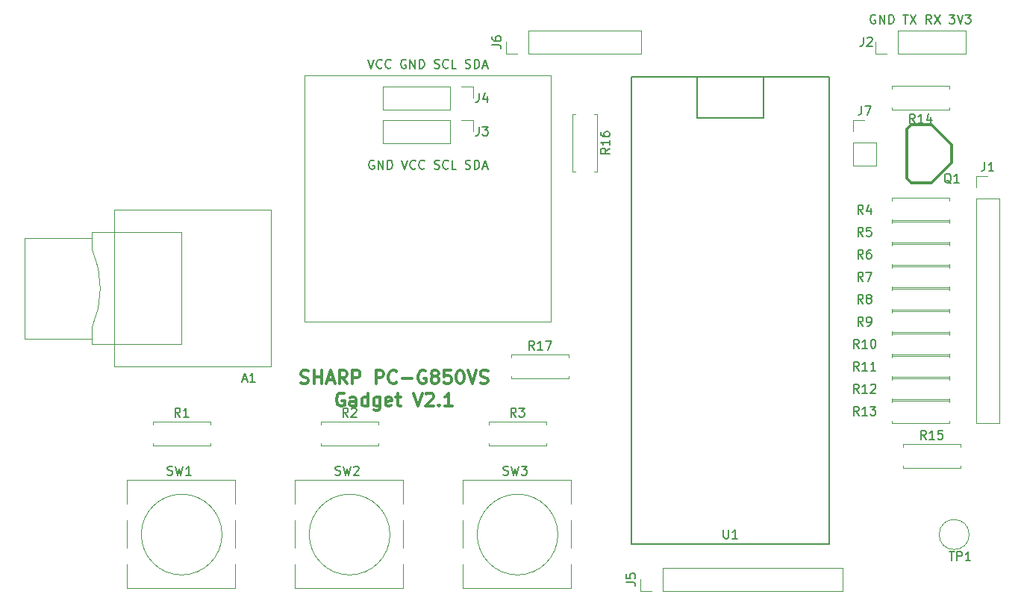
<source format=gbr>
%TF.GenerationSoftware,KiCad,Pcbnew,5.1.6-c6e7f7d~86~ubuntu16.04.1*%
%TF.CreationDate,2020-10-09T19:27:57+01:00*%
%TF.ProjectId,bluepill-pb1,626c7565-7069-46c6-9c2d-7062312e6b69,rev?*%
%TF.SameCoordinates,Original*%
%TF.FileFunction,Legend,Top*%
%TF.FilePolarity,Positive*%
%FSLAX46Y46*%
G04 Gerber Fmt 4.6, Leading zero omitted, Abs format (unit mm)*
G04 Created by KiCad (PCBNEW 5.1.6-c6e7f7d~86~ubuntu16.04.1) date 2020-10-09 19:27:57*
%MOMM*%
%LPD*%
G01*
G04 APERTURE LIST*
%ADD10C,0.300000*%
%ADD11C,0.120000*%
%ADD12C,0.150000*%
%ADD13C,0.304800*%
%ADD14C,0.203200*%
G04 APERTURE END LIST*
D10*
X99882857Y-98392142D02*
X100097142Y-98463571D01*
X100454285Y-98463571D01*
X100597142Y-98392142D01*
X100668571Y-98320714D01*
X100740000Y-98177857D01*
X100740000Y-98035000D01*
X100668571Y-97892142D01*
X100597142Y-97820714D01*
X100454285Y-97749285D01*
X100168571Y-97677857D01*
X100025714Y-97606428D01*
X99954285Y-97535000D01*
X99882857Y-97392142D01*
X99882857Y-97249285D01*
X99954285Y-97106428D01*
X100025714Y-97035000D01*
X100168571Y-96963571D01*
X100525714Y-96963571D01*
X100740000Y-97035000D01*
X101382857Y-98463571D02*
X101382857Y-96963571D01*
X101382857Y-97677857D02*
X102240000Y-97677857D01*
X102240000Y-98463571D02*
X102240000Y-96963571D01*
X102882857Y-98035000D02*
X103597142Y-98035000D01*
X102740000Y-98463571D02*
X103240000Y-96963571D01*
X103740000Y-98463571D01*
X105097142Y-98463571D02*
X104597142Y-97749285D01*
X104240000Y-98463571D02*
X104240000Y-96963571D01*
X104811428Y-96963571D01*
X104954285Y-97035000D01*
X105025714Y-97106428D01*
X105097142Y-97249285D01*
X105097142Y-97463571D01*
X105025714Y-97606428D01*
X104954285Y-97677857D01*
X104811428Y-97749285D01*
X104240000Y-97749285D01*
X105740000Y-98463571D02*
X105740000Y-96963571D01*
X106311428Y-96963571D01*
X106454285Y-97035000D01*
X106525714Y-97106428D01*
X106597142Y-97249285D01*
X106597142Y-97463571D01*
X106525714Y-97606428D01*
X106454285Y-97677857D01*
X106311428Y-97749285D01*
X105740000Y-97749285D01*
X108382857Y-98463571D02*
X108382857Y-96963571D01*
X108954285Y-96963571D01*
X109097142Y-97035000D01*
X109168571Y-97106428D01*
X109240000Y-97249285D01*
X109240000Y-97463571D01*
X109168571Y-97606428D01*
X109097142Y-97677857D01*
X108954285Y-97749285D01*
X108382857Y-97749285D01*
X110740000Y-98320714D02*
X110668571Y-98392142D01*
X110454285Y-98463571D01*
X110311428Y-98463571D01*
X110097142Y-98392142D01*
X109954285Y-98249285D01*
X109882857Y-98106428D01*
X109811428Y-97820714D01*
X109811428Y-97606428D01*
X109882857Y-97320714D01*
X109954285Y-97177857D01*
X110097142Y-97035000D01*
X110311428Y-96963571D01*
X110454285Y-96963571D01*
X110668571Y-97035000D01*
X110740000Y-97106428D01*
X111382857Y-97892142D02*
X112525714Y-97892142D01*
X114025714Y-97035000D02*
X113882857Y-96963571D01*
X113668571Y-96963571D01*
X113454285Y-97035000D01*
X113311428Y-97177857D01*
X113240000Y-97320714D01*
X113168571Y-97606428D01*
X113168571Y-97820714D01*
X113240000Y-98106428D01*
X113311428Y-98249285D01*
X113454285Y-98392142D01*
X113668571Y-98463571D01*
X113811428Y-98463571D01*
X114025714Y-98392142D01*
X114097142Y-98320714D01*
X114097142Y-97820714D01*
X113811428Y-97820714D01*
X114954285Y-97606428D02*
X114811428Y-97535000D01*
X114740000Y-97463571D01*
X114668571Y-97320714D01*
X114668571Y-97249285D01*
X114740000Y-97106428D01*
X114811428Y-97035000D01*
X114954285Y-96963571D01*
X115240000Y-96963571D01*
X115382857Y-97035000D01*
X115454285Y-97106428D01*
X115525714Y-97249285D01*
X115525714Y-97320714D01*
X115454285Y-97463571D01*
X115382857Y-97535000D01*
X115240000Y-97606428D01*
X114954285Y-97606428D01*
X114811428Y-97677857D01*
X114740000Y-97749285D01*
X114668571Y-97892142D01*
X114668571Y-98177857D01*
X114740000Y-98320714D01*
X114811428Y-98392142D01*
X114954285Y-98463571D01*
X115240000Y-98463571D01*
X115382857Y-98392142D01*
X115454285Y-98320714D01*
X115525714Y-98177857D01*
X115525714Y-97892142D01*
X115454285Y-97749285D01*
X115382857Y-97677857D01*
X115240000Y-97606428D01*
X116882857Y-96963571D02*
X116168571Y-96963571D01*
X116097142Y-97677857D01*
X116168571Y-97606428D01*
X116311428Y-97535000D01*
X116668571Y-97535000D01*
X116811428Y-97606428D01*
X116882857Y-97677857D01*
X116954285Y-97820714D01*
X116954285Y-98177857D01*
X116882857Y-98320714D01*
X116811428Y-98392142D01*
X116668571Y-98463571D01*
X116311428Y-98463571D01*
X116168571Y-98392142D01*
X116097142Y-98320714D01*
X117882857Y-96963571D02*
X118025714Y-96963571D01*
X118168571Y-97035000D01*
X118240000Y-97106428D01*
X118311428Y-97249285D01*
X118382857Y-97535000D01*
X118382857Y-97892142D01*
X118311428Y-98177857D01*
X118240000Y-98320714D01*
X118168571Y-98392142D01*
X118025714Y-98463571D01*
X117882857Y-98463571D01*
X117740000Y-98392142D01*
X117668571Y-98320714D01*
X117597142Y-98177857D01*
X117525714Y-97892142D01*
X117525714Y-97535000D01*
X117597142Y-97249285D01*
X117668571Y-97106428D01*
X117740000Y-97035000D01*
X117882857Y-96963571D01*
X118811428Y-96963571D02*
X119311428Y-98463571D01*
X119811428Y-96963571D01*
X120240000Y-98392142D02*
X120454285Y-98463571D01*
X120811428Y-98463571D01*
X120954285Y-98392142D01*
X121025714Y-98320714D01*
X121097142Y-98177857D01*
X121097142Y-98035000D01*
X121025714Y-97892142D01*
X120954285Y-97820714D01*
X120811428Y-97749285D01*
X120525714Y-97677857D01*
X120382857Y-97606428D01*
X120311428Y-97535000D01*
X120240000Y-97392142D01*
X120240000Y-97249285D01*
X120311428Y-97106428D01*
X120382857Y-97035000D01*
X120525714Y-96963571D01*
X120882857Y-96963571D01*
X121097142Y-97035000D01*
X104775714Y-99585000D02*
X104632857Y-99513571D01*
X104418571Y-99513571D01*
X104204285Y-99585000D01*
X104061428Y-99727857D01*
X103990000Y-99870714D01*
X103918571Y-100156428D01*
X103918571Y-100370714D01*
X103990000Y-100656428D01*
X104061428Y-100799285D01*
X104204285Y-100942142D01*
X104418571Y-101013571D01*
X104561428Y-101013571D01*
X104775714Y-100942142D01*
X104847142Y-100870714D01*
X104847142Y-100370714D01*
X104561428Y-100370714D01*
X106132857Y-101013571D02*
X106132857Y-100227857D01*
X106061428Y-100085000D01*
X105918571Y-100013571D01*
X105632857Y-100013571D01*
X105490000Y-100085000D01*
X106132857Y-100942142D02*
X105990000Y-101013571D01*
X105632857Y-101013571D01*
X105490000Y-100942142D01*
X105418571Y-100799285D01*
X105418571Y-100656428D01*
X105490000Y-100513571D01*
X105632857Y-100442142D01*
X105990000Y-100442142D01*
X106132857Y-100370714D01*
X107490000Y-101013571D02*
X107490000Y-99513571D01*
X107490000Y-100942142D02*
X107347142Y-101013571D01*
X107061428Y-101013571D01*
X106918571Y-100942142D01*
X106847142Y-100870714D01*
X106775714Y-100727857D01*
X106775714Y-100299285D01*
X106847142Y-100156428D01*
X106918571Y-100085000D01*
X107061428Y-100013571D01*
X107347142Y-100013571D01*
X107490000Y-100085000D01*
X108847142Y-100013571D02*
X108847142Y-101227857D01*
X108775714Y-101370714D01*
X108704285Y-101442142D01*
X108561428Y-101513571D01*
X108347142Y-101513571D01*
X108204285Y-101442142D01*
X108847142Y-100942142D02*
X108704285Y-101013571D01*
X108418571Y-101013571D01*
X108275714Y-100942142D01*
X108204285Y-100870714D01*
X108132857Y-100727857D01*
X108132857Y-100299285D01*
X108204285Y-100156428D01*
X108275714Y-100085000D01*
X108418571Y-100013571D01*
X108704285Y-100013571D01*
X108847142Y-100085000D01*
X110132857Y-100942142D02*
X109990000Y-101013571D01*
X109704285Y-101013571D01*
X109561428Y-100942142D01*
X109490000Y-100799285D01*
X109490000Y-100227857D01*
X109561428Y-100085000D01*
X109704285Y-100013571D01*
X109990000Y-100013571D01*
X110132857Y-100085000D01*
X110204285Y-100227857D01*
X110204285Y-100370714D01*
X109490000Y-100513571D01*
X110632857Y-100013571D02*
X111204285Y-100013571D01*
X110847142Y-99513571D02*
X110847142Y-100799285D01*
X110918571Y-100942142D01*
X111061428Y-101013571D01*
X111204285Y-101013571D01*
X112632857Y-99513571D02*
X113132857Y-101013571D01*
X113632857Y-99513571D01*
X114061428Y-99656428D02*
X114132857Y-99585000D01*
X114275714Y-99513571D01*
X114632857Y-99513571D01*
X114775714Y-99585000D01*
X114847142Y-99656428D01*
X114918571Y-99799285D01*
X114918571Y-99942142D01*
X114847142Y-100156428D01*
X113990000Y-101013571D01*
X114918571Y-101013571D01*
X115561428Y-100870714D02*
X115632857Y-100942142D01*
X115561428Y-101013571D01*
X115490000Y-100942142D01*
X115561428Y-100870714D01*
X115561428Y-101013571D01*
X117061428Y-101013571D02*
X116204285Y-101013571D01*
X116632857Y-101013571D02*
X116632857Y-99513571D01*
X116490000Y-99727857D01*
X116347142Y-99870714D01*
X116204285Y-99942142D01*
D11*
X100330000Y-91440000D02*
X100330000Y-63500000D01*
X128270000Y-91440000D02*
X100330000Y-91440000D01*
X128270000Y-63500000D02*
X128270000Y-91440000D01*
X100330000Y-63500000D02*
X128270000Y-63500000D01*
D12*
X165060952Y-56650000D02*
X164965714Y-56602380D01*
X164822857Y-56602380D01*
X164680000Y-56650000D01*
X164584761Y-56745238D01*
X164537142Y-56840476D01*
X164489523Y-57030952D01*
X164489523Y-57173809D01*
X164537142Y-57364285D01*
X164584761Y-57459523D01*
X164680000Y-57554761D01*
X164822857Y-57602380D01*
X164918095Y-57602380D01*
X165060952Y-57554761D01*
X165108571Y-57507142D01*
X165108571Y-57173809D01*
X164918095Y-57173809D01*
X165537142Y-57602380D02*
X165537142Y-56602380D01*
X166108571Y-57602380D01*
X166108571Y-56602380D01*
X166584761Y-57602380D02*
X166584761Y-56602380D01*
X166822857Y-56602380D01*
X166965714Y-56650000D01*
X167060952Y-56745238D01*
X167108571Y-56840476D01*
X167156190Y-57030952D01*
X167156190Y-57173809D01*
X167108571Y-57364285D01*
X167060952Y-57459523D01*
X166965714Y-57554761D01*
X166822857Y-57602380D01*
X166584761Y-57602380D01*
X168203809Y-56602380D02*
X168775238Y-56602380D01*
X168489523Y-57602380D02*
X168489523Y-56602380D01*
X169013333Y-56602380D02*
X169680000Y-57602380D01*
X169680000Y-56602380D02*
X169013333Y-57602380D01*
X171394285Y-57602380D02*
X171060952Y-57126190D01*
X170822857Y-57602380D02*
X170822857Y-56602380D01*
X171203809Y-56602380D01*
X171299047Y-56650000D01*
X171346666Y-56697619D01*
X171394285Y-56792857D01*
X171394285Y-56935714D01*
X171346666Y-57030952D01*
X171299047Y-57078571D01*
X171203809Y-57126190D01*
X170822857Y-57126190D01*
X171727619Y-56602380D02*
X172394285Y-57602380D01*
X172394285Y-56602380D02*
X171727619Y-57602380D01*
X173441904Y-56602380D02*
X174060952Y-56602380D01*
X173727619Y-56983333D01*
X173870476Y-56983333D01*
X173965714Y-57030952D01*
X174013333Y-57078571D01*
X174060952Y-57173809D01*
X174060952Y-57411904D01*
X174013333Y-57507142D01*
X173965714Y-57554761D01*
X173870476Y-57602380D01*
X173584761Y-57602380D01*
X173489523Y-57554761D01*
X173441904Y-57507142D01*
X174346666Y-56602380D02*
X174680000Y-57602380D01*
X175013333Y-56602380D01*
X175251428Y-56602380D02*
X175870476Y-56602380D01*
X175537142Y-56983333D01*
X175680000Y-56983333D01*
X175775238Y-57030952D01*
X175822857Y-57078571D01*
X175870476Y-57173809D01*
X175870476Y-57411904D01*
X175822857Y-57507142D01*
X175775238Y-57554761D01*
X175680000Y-57602380D01*
X175394285Y-57602380D01*
X175299047Y-57554761D01*
X175251428Y-57507142D01*
X108180952Y-73160000D02*
X108085714Y-73112380D01*
X107942857Y-73112380D01*
X107800000Y-73160000D01*
X107704761Y-73255238D01*
X107657142Y-73350476D01*
X107609523Y-73540952D01*
X107609523Y-73683809D01*
X107657142Y-73874285D01*
X107704761Y-73969523D01*
X107800000Y-74064761D01*
X107942857Y-74112380D01*
X108038095Y-74112380D01*
X108180952Y-74064761D01*
X108228571Y-74017142D01*
X108228571Y-73683809D01*
X108038095Y-73683809D01*
X108657142Y-74112380D02*
X108657142Y-73112380D01*
X109228571Y-74112380D01*
X109228571Y-73112380D01*
X109704761Y-74112380D02*
X109704761Y-73112380D01*
X109942857Y-73112380D01*
X110085714Y-73160000D01*
X110180952Y-73255238D01*
X110228571Y-73350476D01*
X110276190Y-73540952D01*
X110276190Y-73683809D01*
X110228571Y-73874285D01*
X110180952Y-73969523D01*
X110085714Y-74064761D01*
X109942857Y-74112380D01*
X109704761Y-74112380D01*
X111323809Y-73112380D02*
X111657142Y-74112380D01*
X111990476Y-73112380D01*
X112895238Y-74017142D02*
X112847619Y-74064761D01*
X112704761Y-74112380D01*
X112609523Y-74112380D01*
X112466666Y-74064761D01*
X112371428Y-73969523D01*
X112323809Y-73874285D01*
X112276190Y-73683809D01*
X112276190Y-73540952D01*
X112323809Y-73350476D01*
X112371428Y-73255238D01*
X112466666Y-73160000D01*
X112609523Y-73112380D01*
X112704761Y-73112380D01*
X112847619Y-73160000D01*
X112895238Y-73207619D01*
X113895238Y-74017142D02*
X113847619Y-74064761D01*
X113704761Y-74112380D01*
X113609523Y-74112380D01*
X113466666Y-74064761D01*
X113371428Y-73969523D01*
X113323809Y-73874285D01*
X113276190Y-73683809D01*
X113276190Y-73540952D01*
X113323809Y-73350476D01*
X113371428Y-73255238D01*
X113466666Y-73160000D01*
X113609523Y-73112380D01*
X113704761Y-73112380D01*
X113847619Y-73160000D01*
X113895238Y-73207619D01*
X115038095Y-74064761D02*
X115180952Y-74112380D01*
X115419047Y-74112380D01*
X115514285Y-74064761D01*
X115561904Y-74017142D01*
X115609523Y-73921904D01*
X115609523Y-73826666D01*
X115561904Y-73731428D01*
X115514285Y-73683809D01*
X115419047Y-73636190D01*
X115228571Y-73588571D01*
X115133333Y-73540952D01*
X115085714Y-73493333D01*
X115038095Y-73398095D01*
X115038095Y-73302857D01*
X115085714Y-73207619D01*
X115133333Y-73160000D01*
X115228571Y-73112380D01*
X115466666Y-73112380D01*
X115609523Y-73160000D01*
X116609523Y-74017142D02*
X116561904Y-74064761D01*
X116419047Y-74112380D01*
X116323809Y-74112380D01*
X116180952Y-74064761D01*
X116085714Y-73969523D01*
X116038095Y-73874285D01*
X115990476Y-73683809D01*
X115990476Y-73540952D01*
X116038095Y-73350476D01*
X116085714Y-73255238D01*
X116180952Y-73160000D01*
X116323809Y-73112380D01*
X116419047Y-73112380D01*
X116561904Y-73160000D01*
X116609523Y-73207619D01*
X117514285Y-74112380D02*
X117038095Y-74112380D01*
X117038095Y-73112380D01*
X118561904Y-74064761D02*
X118704761Y-74112380D01*
X118942857Y-74112380D01*
X119038095Y-74064761D01*
X119085714Y-74017142D01*
X119133333Y-73921904D01*
X119133333Y-73826666D01*
X119085714Y-73731428D01*
X119038095Y-73683809D01*
X118942857Y-73636190D01*
X118752380Y-73588571D01*
X118657142Y-73540952D01*
X118609523Y-73493333D01*
X118561904Y-73398095D01*
X118561904Y-73302857D01*
X118609523Y-73207619D01*
X118657142Y-73160000D01*
X118752380Y-73112380D01*
X118990476Y-73112380D01*
X119133333Y-73160000D01*
X119561904Y-74112380D02*
X119561904Y-73112380D01*
X119799999Y-73112380D01*
X119942857Y-73160000D01*
X120038095Y-73255238D01*
X120085714Y-73350476D01*
X120133333Y-73540952D01*
X120133333Y-73683809D01*
X120085714Y-73874285D01*
X120038095Y-73969523D01*
X119942857Y-74064761D01*
X119799999Y-74112380D01*
X119561904Y-74112380D01*
X120514285Y-73826666D02*
X120990476Y-73826666D01*
X120419047Y-74112380D02*
X120752380Y-73112380D01*
X121085714Y-74112380D01*
X107514285Y-61682380D02*
X107847619Y-62682380D01*
X108180952Y-61682380D01*
X109085714Y-62587142D02*
X109038095Y-62634761D01*
X108895238Y-62682380D01*
X108800000Y-62682380D01*
X108657142Y-62634761D01*
X108561904Y-62539523D01*
X108514285Y-62444285D01*
X108466666Y-62253809D01*
X108466666Y-62110952D01*
X108514285Y-61920476D01*
X108561904Y-61825238D01*
X108657142Y-61730000D01*
X108800000Y-61682380D01*
X108895238Y-61682380D01*
X109038095Y-61730000D01*
X109085714Y-61777619D01*
X110085714Y-62587142D02*
X110038095Y-62634761D01*
X109895238Y-62682380D01*
X109800000Y-62682380D01*
X109657142Y-62634761D01*
X109561904Y-62539523D01*
X109514285Y-62444285D01*
X109466666Y-62253809D01*
X109466666Y-62110952D01*
X109514285Y-61920476D01*
X109561904Y-61825238D01*
X109657142Y-61730000D01*
X109800000Y-61682380D01*
X109895238Y-61682380D01*
X110038095Y-61730000D01*
X110085714Y-61777619D01*
X111800000Y-61730000D02*
X111704761Y-61682380D01*
X111561904Y-61682380D01*
X111419047Y-61730000D01*
X111323809Y-61825238D01*
X111276190Y-61920476D01*
X111228571Y-62110952D01*
X111228571Y-62253809D01*
X111276190Y-62444285D01*
X111323809Y-62539523D01*
X111419047Y-62634761D01*
X111561904Y-62682380D01*
X111657142Y-62682380D01*
X111800000Y-62634761D01*
X111847619Y-62587142D01*
X111847619Y-62253809D01*
X111657142Y-62253809D01*
X112276190Y-62682380D02*
X112276190Y-61682380D01*
X112847619Y-62682380D01*
X112847619Y-61682380D01*
X113323809Y-62682380D02*
X113323809Y-61682380D01*
X113561904Y-61682380D01*
X113704761Y-61730000D01*
X113800000Y-61825238D01*
X113847619Y-61920476D01*
X113895238Y-62110952D01*
X113895238Y-62253809D01*
X113847619Y-62444285D01*
X113800000Y-62539523D01*
X113704761Y-62634761D01*
X113561904Y-62682380D01*
X113323809Y-62682380D01*
X115038095Y-62634761D02*
X115180952Y-62682380D01*
X115419047Y-62682380D01*
X115514285Y-62634761D01*
X115561904Y-62587142D01*
X115609523Y-62491904D01*
X115609523Y-62396666D01*
X115561904Y-62301428D01*
X115514285Y-62253809D01*
X115419047Y-62206190D01*
X115228571Y-62158571D01*
X115133333Y-62110952D01*
X115085714Y-62063333D01*
X115038095Y-61968095D01*
X115038095Y-61872857D01*
X115085714Y-61777619D01*
X115133333Y-61730000D01*
X115228571Y-61682380D01*
X115466666Y-61682380D01*
X115609523Y-61730000D01*
X116609523Y-62587142D02*
X116561904Y-62634761D01*
X116419047Y-62682380D01*
X116323809Y-62682380D01*
X116180952Y-62634761D01*
X116085714Y-62539523D01*
X116038095Y-62444285D01*
X115990476Y-62253809D01*
X115990476Y-62110952D01*
X116038095Y-61920476D01*
X116085714Y-61825238D01*
X116180952Y-61730000D01*
X116323809Y-61682380D01*
X116419047Y-61682380D01*
X116561904Y-61730000D01*
X116609523Y-61777619D01*
X117514285Y-62682380D02*
X117038095Y-62682380D01*
X117038095Y-61682380D01*
X118561904Y-62634761D02*
X118704761Y-62682380D01*
X118942857Y-62682380D01*
X119038095Y-62634761D01*
X119085714Y-62587142D01*
X119133333Y-62491904D01*
X119133333Y-62396666D01*
X119085714Y-62301428D01*
X119038095Y-62253809D01*
X118942857Y-62206190D01*
X118752380Y-62158571D01*
X118657142Y-62110952D01*
X118609523Y-62063333D01*
X118561904Y-61968095D01*
X118561904Y-61872857D01*
X118609523Y-61777619D01*
X118657142Y-61730000D01*
X118752380Y-61682380D01*
X118990476Y-61682380D01*
X119133333Y-61730000D01*
X119561904Y-62682380D02*
X119561904Y-61682380D01*
X119799999Y-61682380D01*
X119942857Y-61730000D01*
X120038095Y-61825238D01*
X120085714Y-61920476D01*
X120133333Y-62110952D01*
X120133333Y-62253809D01*
X120085714Y-62444285D01*
X120038095Y-62539523D01*
X119942857Y-62634761D01*
X119799999Y-62682380D01*
X119561904Y-62682380D01*
X120514285Y-62396666D02*
X120990476Y-62396666D01*
X120419047Y-62682380D02*
X120752380Y-61682380D01*
X121085714Y-62682380D01*
D11*
%TO.C,J6*%
X123130000Y-61020000D02*
X123130000Y-59690000D01*
X124460000Y-61020000D02*
X123130000Y-61020000D01*
X125730000Y-61020000D02*
X125730000Y-58360000D01*
X125730000Y-58360000D02*
X138490000Y-58360000D01*
X125730000Y-61020000D02*
X138490000Y-61020000D01*
X138490000Y-61020000D02*
X138490000Y-58360000D01*
%TO.C,J7*%
X162500000Y-68520000D02*
X163830000Y-68520000D01*
X162500000Y-69850000D02*
X162500000Y-68520000D01*
X162500000Y-71120000D02*
X165160000Y-71120000D01*
X165160000Y-71120000D02*
X165160000Y-73720000D01*
X162500000Y-71120000D02*
X162500000Y-73720000D01*
X162500000Y-73720000D02*
X165160000Y-73720000D01*
%TO.C,R17*%
X130270000Y-97890000D02*
X130270000Y-97560000D01*
X123730000Y-97890000D02*
X130270000Y-97890000D01*
X123730000Y-97560000D02*
X123730000Y-97890000D01*
X130270000Y-95150000D02*
X130270000Y-95480000D01*
X123730000Y-95150000D02*
X130270000Y-95150000D01*
X123730000Y-95480000D02*
X123730000Y-95150000D01*
%TO.C,TP1*%
X175690000Y-115570000D02*
G75*
G03*
X175690000Y-115570000I-1700000J0D01*
G01*
%TO.C,R16*%
X130710000Y-74390000D02*
X131040000Y-74390000D01*
X130710000Y-67850000D02*
X130710000Y-74390000D01*
X131040000Y-67850000D02*
X130710000Y-67850000D01*
X133450000Y-74390000D02*
X133120000Y-74390000D01*
X133450000Y-67850000D02*
X133450000Y-74390000D01*
X133120000Y-67850000D02*
X133450000Y-67850000D01*
%TO.C,R15*%
X168180000Y-105640000D02*
X168180000Y-105310000D01*
X168180000Y-105310000D02*
X174720000Y-105310000D01*
X174720000Y-105310000D02*
X174720000Y-105640000D01*
X168180000Y-107720000D02*
X168180000Y-108050000D01*
X168180000Y-108050000D02*
X174720000Y-108050000D01*
X174720000Y-108050000D02*
X174720000Y-107720000D01*
D12*
%TO.C,U1*%
X137340000Y-116670000D02*
X137340000Y-63670000D01*
X159840000Y-116670000D02*
X137340000Y-116670000D01*
X159840000Y-63670000D02*
X159840000Y-116670000D01*
X137340000Y-63670000D02*
X159840000Y-63670000D01*
X152390000Y-68270000D02*
X152390000Y-63770000D01*
X144790000Y-68270000D02*
X152390000Y-68270000D01*
X144790000Y-63770000D02*
X144790000Y-68270000D01*
D11*
%TO.C,SW2*%
X111460000Y-109380000D02*
X111460000Y-112100000D01*
X111460000Y-118960000D02*
X111460000Y-121680000D01*
X99160000Y-117100000D02*
X99160000Y-113960000D01*
X99160000Y-121680000D02*
X99160000Y-118960000D01*
X109989050Y-115570000D02*
G75*
G03*
X109989050Y-115570000I-4579050J0D01*
G01*
X99160000Y-112100000D02*
X99160000Y-109380000D01*
X111460000Y-121680000D02*
X99160000Y-121680000D01*
X111460000Y-113960000D02*
X111460000Y-117100000D01*
X99160000Y-109380000D02*
X111460000Y-109380000D01*
%TO.C,J5*%
X138370000Y-121980000D02*
X138370000Y-120650000D01*
X139700000Y-121980000D02*
X138370000Y-121980000D01*
X140970000Y-121980000D02*
X140970000Y-119320000D01*
X140970000Y-119320000D02*
X161350000Y-119320000D01*
X140970000Y-121980000D02*
X161350000Y-121980000D01*
X161350000Y-121980000D02*
X161350000Y-119320000D01*
%TO.C,R14*%
X166910000Y-64670000D02*
X166910000Y-65000000D01*
X173450000Y-64670000D02*
X166910000Y-64670000D01*
X173450000Y-65000000D02*
X173450000Y-64670000D01*
X166910000Y-67410000D02*
X166910000Y-67080000D01*
X173450000Y-67410000D02*
X166910000Y-67410000D01*
X173450000Y-67080000D02*
X173450000Y-67410000D01*
D13*
%TO.C,Q1*%
X171450000Y-75692000D02*
X169164000Y-75692000D01*
X169164000Y-75692000D02*
X168656000Y-75184000D01*
X168656000Y-75184000D02*
X168656000Y-69596000D01*
X168656000Y-69596000D02*
X169164000Y-69088000D01*
X169164000Y-69088000D02*
X171450000Y-69088000D01*
X173736000Y-73406000D02*
X171450000Y-75692000D01*
X173736000Y-71374000D02*
X171450000Y-69088000D01*
X173736000Y-71374000D02*
X173736000Y-73406000D01*
D11*
%TO.C,J4*%
X109160000Y-64710000D02*
X109160000Y-67370000D01*
X116840000Y-64710000D02*
X109160000Y-64710000D01*
X116840000Y-67370000D02*
X109160000Y-67370000D01*
X116840000Y-64710000D02*
X116840000Y-67370000D01*
X118110000Y-64710000D02*
X119440000Y-64710000D01*
X119440000Y-64710000D02*
X119440000Y-66040000D01*
%TO.C,J2*%
X175320000Y-61020000D02*
X175320000Y-58360000D01*
X167640000Y-61020000D02*
X175320000Y-61020000D01*
X167640000Y-58360000D02*
X175320000Y-58360000D01*
X167640000Y-61020000D02*
X167640000Y-58360000D01*
X166370000Y-61020000D02*
X165040000Y-61020000D01*
X165040000Y-61020000D02*
X165040000Y-59690000D01*
%TO.C,J1*%
X176470000Y-102930000D02*
X179130000Y-102930000D01*
X176470000Y-77470000D02*
X176470000Y-102930000D01*
X179130000Y-77470000D02*
X179130000Y-102930000D01*
X176470000Y-77470000D02*
X179130000Y-77470000D01*
X176470000Y-76200000D02*
X176470000Y-74870000D01*
X176470000Y-74870000D02*
X177800000Y-74870000D01*
%TO.C,R13*%
X166910000Y-100560000D02*
X166910000Y-100230000D01*
X166910000Y-100230000D02*
X173450000Y-100230000D01*
X173450000Y-100230000D02*
X173450000Y-100560000D01*
X166910000Y-102640000D02*
X166910000Y-102970000D01*
X166910000Y-102970000D02*
X173450000Y-102970000D01*
X173450000Y-102970000D02*
X173450000Y-102640000D01*
%TO.C,R12*%
X166910000Y-98020000D02*
X166910000Y-97690000D01*
X166910000Y-97690000D02*
X173450000Y-97690000D01*
X173450000Y-97690000D02*
X173450000Y-98020000D01*
X166910000Y-100100000D02*
X166910000Y-100430000D01*
X166910000Y-100430000D02*
X173450000Y-100430000D01*
X173450000Y-100430000D02*
X173450000Y-100100000D01*
%TO.C,R11*%
X166910000Y-95480000D02*
X166910000Y-95150000D01*
X166910000Y-95150000D02*
X173450000Y-95150000D01*
X173450000Y-95150000D02*
X173450000Y-95480000D01*
X166910000Y-97560000D02*
X166910000Y-97890000D01*
X166910000Y-97890000D02*
X173450000Y-97890000D01*
X173450000Y-97890000D02*
X173450000Y-97560000D01*
%TO.C,R10*%
X166910000Y-92940000D02*
X166910000Y-92610000D01*
X166910000Y-92610000D02*
X173450000Y-92610000D01*
X173450000Y-92610000D02*
X173450000Y-92940000D01*
X166910000Y-95020000D02*
X166910000Y-95350000D01*
X166910000Y-95350000D02*
X173450000Y-95350000D01*
X173450000Y-95350000D02*
X173450000Y-95020000D01*
%TO.C,R9*%
X166910000Y-90400000D02*
X166910000Y-90070000D01*
X166910000Y-90070000D02*
X173450000Y-90070000D01*
X173450000Y-90070000D02*
X173450000Y-90400000D01*
X166910000Y-92480000D02*
X166910000Y-92810000D01*
X166910000Y-92810000D02*
X173450000Y-92810000D01*
X173450000Y-92810000D02*
X173450000Y-92480000D01*
%TO.C,R8*%
X166910000Y-87860000D02*
X166910000Y-87530000D01*
X166910000Y-87530000D02*
X173450000Y-87530000D01*
X173450000Y-87530000D02*
X173450000Y-87860000D01*
X166910000Y-89940000D02*
X166910000Y-90270000D01*
X166910000Y-90270000D02*
X173450000Y-90270000D01*
X173450000Y-90270000D02*
X173450000Y-89940000D01*
%TO.C,R7*%
X166910000Y-85320000D02*
X166910000Y-84990000D01*
X166910000Y-84990000D02*
X173450000Y-84990000D01*
X173450000Y-84990000D02*
X173450000Y-85320000D01*
X166910000Y-87400000D02*
X166910000Y-87730000D01*
X166910000Y-87730000D02*
X173450000Y-87730000D01*
X173450000Y-87730000D02*
X173450000Y-87400000D01*
%TO.C,R6*%
X166910000Y-82780000D02*
X166910000Y-82450000D01*
X166910000Y-82450000D02*
X173450000Y-82450000D01*
X173450000Y-82450000D02*
X173450000Y-82780000D01*
X166910000Y-84860000D02*
X166910000Y-85190000D01*
X166910000Y-85190000D02*
X173450000Y-85190000D01*
X173450000Y-85190000D02*
X173450000Y-84860000D01*
%TO.C,R5*%
X166910000Y-80240000D02*
X166910000Y-79910000D01*
X166910000Y-79910000D02*
X173450000Y-79910000D01*
X173450000Y-79910000D02*
X173450000Y-80240000D01*
X166910000Y-82320000D02*
X166910000Y-82650000D01*
X166910000Y-82650000D02*
X173450000Y-82650000D01*
X173450000Y-82650000D02*
X173450000Y-82320000D01*
%TO.C,R4*%
X166910000Y-77700000D02*
X166910000Y-77370000D01*
X166910000Y-77370000D02*
X173450000Y-77370000D01*
X173450000Y-77370000D02*
X173450000Y-77700000D01*
X166910000Y-79780000D02*
X166910000Y-80110000D01*
X166910000Y-80110000D02*
X173450000Y-80110000D01*
X173450000Y-80110000D02*
X173450000Y-79780000D01*
%TO.C,SW3*%
X130510000Y-109380000D02*
X130510000Y-112100000D01*
X130510000Y-118960000D02*
X130510000Y-121680000D01*
X118210000Y-117100000D02*
X118210000Y-113960000D01*
X118210000Y-121680000D02*
X118210000Y-118960000D01*
X129039050Y-115570000D02*
G75*
G03*
X129039050Y-115570000I-4579050J0D01*
G01*
X118210000Y-112100000D02*
X118210000Y-109380000D01*
X130510000Y-121680000D02*
X118210000Y-121680000D01*
X130510000Y-113960000D02*
X130510000Y-117100000D01*
X118210000Y-109380000D02*
X130510000Y-109380000D01*
%TO.C,SW1*%
X92410000Y-109380000D02*
X92410000Y-112100000D01*
X92410000Y-118960000D02*
X92410000Y-121680000D01*
X80110000Y-117100000D02*
X80110000Y-113960000D01*
X80110000Y-121680000D02*
X80110000Y-118960000D01*
X90939050Y-115570000D02*
G75*
G03*
X90939050Y-115570000I-4579050J0D01*
G01*
X80110000Y-112100000D02*
X80110000Y-109380000D01*
X92410000Y-121680000D02*
X80110000Y-121680000D01*
X92410000Y-113960000D02*
X92410000Y-117100000D01*
X80110000Y-109380000D02*
X92410000Y-109380000D01*
%TO.C,R3*%
X127730000Y-105510000D02*
X127730000Y-105180000D01*
X121190000Y-105510000D02*
X127730000Y-105510000D01*
X121190000Y-105180000D02*
X121190000Y-105510000D01*
X127730000Y-102770000D02*
X127730000Y-103100000D01*
X121190000Y-102770000D02*
X127730000Y-102770000D01*
X121190000Y-103100000D02*
X121190000Y-102770000D01*
%TO.C,R2*%
X108680000Y-105510000D02*
X108680000Y-105180000D01*
X102140000Y-105510000D02*
X108680000Y-105510000D01*
X102140000Y-105180000D02*
X102140000Y-105510000D01*
X108680000Y-102770000D02*
X108680000Y-103100000D01*
X102140000Y-102770000D02*
X108680000Y-102770000D01*
X102140000Y-103100000D02*
X102140000Y-102770000D01*
%TO.C,R1*%
X89630000Y-105510000D02*
X89630000Y-105180000D01*
X83090000Y-105510000D02*
X89630000Y-105510000D01*
X83090000Y-105180000D02*
X83090000Y-105510000D01*
X89630000Y-102770000D02*
X89630000Y-103100000D01*
X83090000Y-102770000D02*
X89630000Y-102770000D01*
X83090000Y-103100000D02*
X83090000Y-102770000D01*
%TO.C,J3*%
X119440000Y-68520000D02*
X119440000Y-69850000D01*
X118110000Y-68520000D02*
X119440000Y-68520000D01*
X116840000Y-68520000D02*
X116840000Y-71180000D01*
X116840000Y-71180000D02*
X109160000Y-71180000D01*
X116840000Y-68520000D02*
X109160000Y-68520000D01*
X109160000Y-68520000D02*
X109160000Y-71180000D01*
%TO.C,A1*%
X68580000Y-81915000D02*
X76200000Y-81915000D01*
X68580000Y-93345000D02*
X68580000Y-81915000D01*
X76200000Y-93345000D02*
X68580000Y-93345000D01*
X76200000Y-81280000D02*
X76200000Y-83185000D01*
X76200000Y-93980000D02*
X76200000Y-92075000D01*
X86360000Y-93980000D02*
X76200000Y-93980000D01*
X86360000Y-81280000D02*
X76200000Y-81280000D01*
X86360000Y-93980000D02*
X86360000Y-81280000D01*
X96520000Y-78740000D02*
X96520000Y-96520000D01*
X78740000Y-78740000D02*
X96520000Y-78740000D01*
X78740000Y-96520000D02*
X78740000Y-78740000D01*
X96520000Y-96520000D02*
X78740000Y-96520000D01*
X76200000Y-83185001D02*
G75*
G02*
X76200000Y-92075000I-10160000J-4444999D01*
G01*
%TO.C,J6*%
D12*
X121582380Y-60023333D02*
X122296666Y-60023333D01*
X122439523Y-60070952D01*
X122534761Y-60166190D01*
X122582380Y-60309047D01*
X122582380Y-60404285D01*
X121582380Y-59118571D02*
X121582380Y-59309047D01*
X121630000Y-59404285D01*
X121677619Y-59451904D01*
X121820476Y-59547142D01*
X122010952Y-59594761D01*
X122391904Y-59594761D01*
X122487142Y-59547142D01*
X122534761Y-59499523D01*
X122582380Y-59404285D01*
X122582380Y-59213809D01*
X122534761Y-59118571D01*
X122487142Y-59070952D01*
X122391904Y-59023333D01*
X122153809Y-59023333D01*
X122058571Y-59070952D01*
X122010952Y-59118571D01*
X121963333Y-59213809D01*
X121963333Y-59404285D01*
X122010952Y-59499523D01*
X122058571Y-59547142D01*
X122153809Y-59594761D01*
%TO.C,J7*%
X163496666Y-66972380D02*
X163496666Y-67686666D01*
X163449047Y-67829523D01*
X163353809Y-67924761D01*
X163210952Y-67972380D01*
X163115714Y-67972380D01*
X163877619Y-66972380D02*
X164544285Y-66972380D01*
X164115714Y-67972380D01*
%TO.C,R17*%
X126357142Y-94602380D02*
X126023809Y-94126190D01*
X125785714Y-94602380D02*
X125785714Y-93602380D01*
X126166666Y-93602380D01*
X126261904Y-93650000D01*
X126309523Y-93697619D01*
X126357142Y-93792857D01*
X126357142Y-93935714D01*
X126309523Y-94030952D01*
X126261904Y-94078571D01*
X126166666Y-94126190D01*
X125785714Y-94126190D01*
X127309523Y-94602380D02*
X126738095Y-94602380D01*
X127023809Y-94602380D02*
X127023809Y-93602380D01*
X126928571Y-93745238D01*
X126833333Y-93840476D01*
X126738095Y-93888095D01*
X127642857Y-93602380D02*
X128309523Y-93602380D01*
X127880952Y-94602380D01*
%TO.C,TP1*%
X173428095Y-117522380D02*
X173999523Y-117522380D01*
X173713809Y-118522380D02*
X173713809Y-117522380D01*
X174332857Y-118522380D02*
X174332857Y-117522380D01*
X174713809Y-117522380D01*
X174809047Y-117570000D01*
X174856666Y-117617619D01*
X174904285Y-117712857D01*
X174904285Y-117855714D01*
X174856666Y-117950952D01*
X174809047Y-117998571D01*
X174713809Y-118046190D01*
X174332857Y-118046190D01*
X175856666Y-118522380D02*
X175285238Y-118522380D01*
X175570952Y-118522380D02*
X175570952Y-117522380D01*
X175475714Y-117665238D01*
X175380476Y-117760476D01*
X175285238Y-117808095D01*
%TO.C,R16*%
X134902380Y-71762857D02*
X134426190Y-72096190D01*
X134902380Y-72334285D02*
X133902380Y-72334285D01*
X133902380Y-71953333D01*
X133950000Y-71858095D01*
X133997619Y-71810476D01*
X134092857Y-71762857D01*
X134235714Y-71762857D01*
X134330952Y-71810476D01*
X134378571Y-71858095D01*
X134426190Y-71953333D01*
X134426190Y-72334285D01*
X134902380Y-70810476D02*
X134902380Y-71381904D01*
X134902380Y-71096190D02*
X133902380Y-71096190D01*
X134045238Y-71191428D01*
X134140476Y-71286666D01*
X134188095Y-71381904D01*
X133902380Y-69953333D02*
X133902380Y-70143809D01*
X133950000Y-70239047D01*
X133997619Y-70286666D01*
X134140476Y-70381904D01*
X134330952Y-70429523D01*
X134711904Y-70429523D01*
X134807142Y-70381904D01*
X134854761Y-70334285D01*
X134902380Y-70239047D01*
X134902380Y-70048571D01*
X134854761Y-69953333D01*
X134807142Y-69905714D01*
X134711904Y-69858095D01*
X134473809Y-69858095D01*
X134378571Y-69905714D01*
X134330952Y-69953333D01*
X134283333Y-70048571D01*
X134283333Y-70239047D01*
X134330952Y-70334285D01*
X134378571Y-70381904D01*
X134473809Y-70429523D01*
%TO.C,R15*%
X170807142Y-104762380D02*
X170473809Y-104286190D01*
X170235714Y-104762380D02*
X170235714Y-103762380D01*
X170616666Y-103762380D01*
X170711904Y-103810000D01*
X170759523Y-103857619D01*
X170807142Y-103952857D01*
X170807142Y-104095714D01*
X170759523Y-104190952D01*
X170711904Y-104238571D01*
X170616666Y-104286190D01*
X170235714Y-104286190D01*
X171759523Y-104762380D02*
X171188095Y-104762380D01*
X171473809Y-104762380D02*
X171473809Y-103762380D01*
X171378571Y-103905238D01*
X171283333Y-104000476D01*
X171188095Y-104048095D01*
X172664285Y-103762380D02*
X172188095Y-103762380D01*
X172140476Y-104238571D01*
X172188095Y-104190952D01*
X172283333Y-104143333D01*
X172521428Y-104143333D01*
X172616666Y-104190952D01*
X172664285Y-104238571D01*
X172711904Y-104333809D01*
X172711904Y-104571904D01*
X172664285Y-104667142D01*
X172616666Y-104714761D01*
X172521428Y-104762380D01*
X172283333Y-104762380D01*
X172188095Y-104714761D01*
X172140476Y-104667142D01*
%TO.C,U1*%
X147828095Y-115022380D02*
X147828095Y-115831904D01*
X147875714Y-115927142D01*
X147923333Y-115974761D01*
X148018571Y-116022380D01*
X148209047Y-116022380D01*
X148304285Y-115974761D01*
X148351904Y-115927142D01*
X148399523Y-115831904D01*
X148399523Y-115022380D01*
X149399523Y-116022380D02*
X148828095Y-116022380D01*
X149113809Y-116022380D02*
X149113809Y-115022380D01*
X149018571Y-115165238D01*
X148923333Y-115260476D01*
X148828095Y-115308095D01*
%TO.C,SW2*%
X103806666Y-108774761D02*
X103949523Y-108822380D01*
X104187619Y-108822380D01*
X104282857Y-108774761D01*
X104330476Y-108727142D01*
X104378095Y-108631904D01*
X104378095Y-108536666D01*
X104330476Y-108441428D01*
X104282857Y-108393809D01*
X104187619Y-108346190D01*
X103997142Y-108298571D01*
X103901904Y-108250952D01*
X103854285Y-108203333D01*
X103806666Y-108108095D01*
X103806666Y-108012857D01*
X103854285Y-107917619D01*
X103901904Y-107870000D01*
X103997142Y-107822380D01*
X104235238Y-107822380D01*
X104378095Y-107870000D01*
X104711428Y-107822380D02*
X104949523Y-108822380D01*
X105140000Y-108108095D01*
X105330476Y-108822380D01*
X105568571Y-107822380D01*
X105901904Y-107917619D02*
X105949523Y-107870000D01*
X106044761Y-107822380D01*
X106282857Y-107822380D01*
X106378095Y-107870000D01*
X106425714Y-107917619D01*
X106473333Y-108012857D01*
X106473333Y-108108095D01*
X106425714Y-108250952D01*
X105854285Y-108822380D01*
X106473333Y-108822380D01*
%TO.C,J5*%
X136822380Y-120983333D02*
X137536666Y-120983333D01*
X137679523Y-121030952D01*
X137774761Y-121126190D01*
X137822380Y-121269047D01*
X137822380Y-121364285D01*
X136822380Y-120030952D02*
X136822380Y-120507142D01*
X137298571Y-120554761D01*
X137250952Y-120507142D01*
X137203333Y-120411904D01*
X137203333Y-120173809D01*
X137250952Y-120078571D01*
X137298571Y-120030952D01*
X137393809Y-119983333D01*
X137631904Y-119983333D01*
X137727142Y-120030952D01*
X137774761Y-120078571D01*
X137822380Y-120173809D01*
X137822380Y-120411904D01*
X137774761Y-120507142D01*
X137727142Y-120554761D01*
%TO.C,R14*%
X169537142Y-68862380D02*
X169203809Y-68386190D01*
X168965714Y-68862380D02*
X168965714Y-67862380D01*
X169346666Y-67862380D01*
X169441904Y-67910000D01*
X169489523Y-67957619D01*
X169537142Y-68052857D01*
X169537142Y-68195714D01*
X169489523Y-68290952D01*
X169441904Y-68338571D01*
X169346666Y-68386190D01*
X168965714Y-68386190D01*
X170489523Y-68862380D02*
X169918095Y-68862380D01*
X170203809Y-68862380D02*
X170203809Y-67862380D01*
X170108571Y-68005238D01*
X170013333Y-68100476D01*
X169918095Y-68148095D01*
X171346666Y-68195714D02*
X171346666Y-68862380D01*
X171108571Y-67814761D02*
X170870476Y-68529047D01*
X171489523Y-68529047D01*
%TO.C,Q1*%
D14*
X173639238Y-75740380D02*
X173542476Y-75692000D01*
X173445714Y-75595238D01*
X173300571Y-75450095D01*
X173203809Y-75401714D01*
X173107047Y-75401714D01*
X173155428Y-75643619D02*
X173058666Y-75595238D01*
X172961904Y-75498476D01*
X172913523Y-75304952D01*
X172913523Y-74966285D01*
X172961904Y-74772761D01*
X173058666Y-74676000D01*
X173155428Y-74627619D01*
X173348952Y-74627619D01*
X173445714Y-74676000D01*
X173542476Y-74772761D01*
X173590857Y-74966285D01*
X173590857Y-75304952D01*
X173542476Y-75498476D01*
X173445714Y-75595238D01*
X173348952Y-75643619D01*
X173155428Y-75643619D01*
X174558476Y-75643619D02*
X173977904Y-75643619D01*
X174268190Y-75643619D02*
X174268190Y-74627619D01*
X174171428Y-74772761D01*
X174074666Y-74869523D01*
X173977904Y-74917904D01*
%TO.C,J4*%
D12*
X120106666Y-65492380D02*
X120106666Y-66206666D01*
X120059047Y-66349523D01*
X119963809Y-66444761D01*
X119820952Y-66492380D01*
X119725714Y-66492380D01*
X121011428Y-65825714D02*
X121011428Y-66492380D01*
X120773333Y-65444761D02*
X120535238Y-66159047D01*
X121154285Y-66159047D01*
%TO.C,J2*%
X163706666Y-59142380D02*
X163706666Y-59856666D01*
X163659047Y-59999523D01*
X163563809Y-60094761D01*
X163420952Y-60142380D01*
X163325714Y-60142380D01*
X164135238Y-59237619D02*
X164182857Y-59190000D01*
X164278095Y-59142380D01*
X164516190Y-59142380D01*
X164611428Y-59190000D01*
X164659047Y-59237619D01*
X164706666Y-59332857D01*
X164706666Y-59428095D01*
X164659047Y-59570952D01*
X164087619Y-60142380D01*
X164706666Y-60142380D01*
%TO.C,J1*%
X177466666Y-73322380D02*
X177466666Y-74036666D01*
X177419047Y-74179523D01*
X177323809Y-74274761D01*
X177180952Y-74322380D01*
X177085714Y-74322380D01*
X178466666Y-74322380D02*
X177895238Y-74322380D01*
X178180952Y-74322380D02*
X178180952Y-73322380D01*
X178085714Y-73465238D01*
X177990476Y-73560476D01*
X177895238Y-73608095D01*
%TO.C,R13*%
X163187142Y-102052380D02*
X162853809Y-101576190D01*
X162615714Y-102052380D02*
X162615714Y-101052380D01*
X162996666Y-101052380D01*
X163091904Y-101100000D01*
X163139523Y-101147619D01*
X163187142Y-101242857D01*
X163187142Y-101385714D01*
X163139523Y-101480952D01*
X163091904Y-101528571D01*
X162996666Y-101576190D01*
X162615714Y-101576190D01*
X164139523Y-102052380D02*
X163568095Y-102052380D01*
X163853809Y-102052380D02*
X163853809Y-101052380D01*
X163758571Y-101195238D01*
X163663333Y-101290476D01*
X163568095Y-101338095D01*
X164472857Y-101052380D02*
X165091904Y-101052380D01*
X164758571Y-101433333D01*
X164901428Y-101433333D01*
X164996666Y-101480952D01*
X165044285Y-101528571D01*
X165091904Y-101623809D01*
X165091904Y-101861904D01*
X165044285Y-101957142D01*
X164996666Y-102004761D01*
X164901428Y-102052380D01*
X164615714Y-102052380D01*
X164520476Y-102004761D01*
X164472857Y-101957142D01*
%TO.C,R12*%
X163187142Y-99512380D02*
X162853809Y-99036190D01*
X162615714Y-99512380D02*
X162615714Y-98512380D01*
X162996666Y-98512380D01*
X163091904Y-98560000D01*
X163139523Y-98607619D01*
X163187142Y-98702857D01*
X163187142Y-98845714D01*
X163139523Y-98940952D01*
X163091904Y-98988571D01*
X162996666Y-99036190D01*
X162615714Y-99036190D01*
X164139523Y-99512380D02*
X163568095Y-99512380D01*
X163853809Y-99512380D02*
X163853809Y-98512380D01*
X163758571Y-98655238D01*
X163663333Y-98750476D01*
X163568095Y-98798095D01*
X164520476Y-98607619D02*
X164568095Y-98560000D01*
X164663333Y-98512380D01*
X164901428Y-98512380D01*
X164996666Y-98560000D01*
X165044285Y-98607619D01*
X165091904Y-98702857D01*
X165091904Y-98798095D01*
X165044285Y-98940952D01*
X164472857Y-99512380D01*
X165091904Y-99512380D01*
%TO.C,R11*%
X163187142Y-96972380D02*
X162853809Y-96496190D01*
X162615714Y-96972380D02*
X162615714Y-95972380D01*
X162996666Y-95972380D01*
X163091904Y-96020000D01*
X163139523Y-96067619D01*
X163187142Y-96162857D01*
X163187142Y-96305714D01*
X163139523Y-96400952D01*
X163091904Y-96448571D01*
X162996666Y-96496190D01*
X162615714Y-96496190D01*
X164139523Y-96972380D02*
X163568095Y-96972380D01*
X163853809Y-96972380D02*
X163853809Y-95972380D01*
X163758571Y-96115238D01*
X163663333Y-96210476D01*
X163568095Y-96258095D01*
X165091904Y-96972380D02*
X164520476Y-96972380D01*
X164806190Y-96972380D02*
X164806190Y-95972380D01*
X164710952Y-96115238D01*
X164615714Y-96210476D01*
X164520476Y-96258095D01*
%TO.C,R10*%
X163187142Y-94432380D02*
X162853809Y-93956190D01*
X162615714Y-94432380D02*
X162615714Y-93432380D01*
X162996666Y-93432380D01*
X163091904Y-93480000D01*
X163139523Y-93527619D01*
X163187142Y-93622857D01*
X163187142Y-93765714D01*
X163139523Y-93860952D01*
X163091904Y-93908571D01*
X162996666Y-93956190D01*
X162615714Y-93956190D01*
X164139523Y-94432380D02*
X163568095Y-94432380D01*
X163853809Y-94432380D02*
X163853809Y-93432380D01*
X163758571Y-93575238D01*
X163663333Y-93670476D01*
X163568095Y-93718095D01*
X164758571Y-93432380D02*
X164853809Y-93432380D01*
X164949047Y-93480000D01*
X164996666Y-93527619D01*
X165044285Y-93622857D01*
X165091904Y-93813333D01*
X165091904Y-94051428D01*
X165044285Y-94241904D01*
X164996666Y-94337142D01*
X164949047Y-94384761D01*
X164853809Y-94432380D01*
X164758571Y-94432380D01*
X164663333Y-94384761D01*
X164615714Y-94337142D01*
X164568095Y-94241904D01*
X164520476Y-94051428D01*
X164520476Y-93813333D01*
X164568095Y-93622857D01*
X164615714Y-93527619D01*
X164663333Y-93480000D01*
X164758571Y-93432380D01*
%TO.C,R9*%
X163663333Y-91892380D02*
X163330000Y-91416190D01*
X163091904Y-91892380D02*
X163091904Y-90892380D01*
X163472857Y-90892380D01*
X163568095Y-90940000D01*
X163615714Y-90987619D01*
X163663333Y-91082857D01*
X163663333Y-91225714D01*
X163615714Y-91320952D01*
X163568095Y-91368571D01*
X163472857Y-91416190D01*
X163091904Y-91416190D01*
X164139523Y-91892380D02*
X164330000Y-91892380D01*
X164425238Y-91844761D01*
X164472857Y-91797142D01*
X164568095Y-91654285D01*
X164615714Y-91463809D01*
X164615714Y-91082857D01*
X164568095Y-90987619D01*
X164520476Y-90940000D01*
X164425238Y-90892380D01*
X164234761Y-90892380D01*
X164139523Y-90940000D01*
X164091904Y-90987619D01*
X164044285Y-91082857D01*
X164044285Y-91320952D01*
X164091904Y-91416190D01*
X164139523Y-91463809D01*
X164234761Y-91511428D01*
X164425238Y-91511428D01*
X164520476Y-91463809D01*
X164568095Y-91416190D01*
X164615714Y-91320952D01*
%TO.C,R8*%
X163663333Y-89352380D02*
X163330000Y-88876190D01*
X163091904Y-89352380D02*
X163091904Y-88352380D01*
X163472857Y-88352380D01*
X163568095Y-88400000D01*
X163615714Y-88447619D01*
X163663333Y-88542857D01*
X163663333Y-88685714D01*
X163615714Y-88780952D01*
X163568095Y-88828571D01*
X163472857Y-88876190D01*
X163091904Y-88876190D01*
X164234761Y-88780952D02*
X164139523Y-88733333D01*
X164091904Y-88685714D01*
X164044285Y-88590476D01*
X164044285Y-88542857D01*
X164091904Y-88447619D01*
X164139523Y-88400000D01*
X164234761Y-88352380D01*
X164425238Y-88352380D01*
X164520476Y-88400000D01*
X164568095Y-88447619D01*
X164615714Y-88542857D01*
X164615714Y-88590476D01*
X164568095Y-88685714D01*
X164520476Y-88733333D01*
X164425238Y-88780952D01*
X164234761Y-88780952D01*
X164139523Y-88828571D01*
X164091904Y-88876190D01*
X164044285Y-88971428D01*
X164044285Y-89161904D01*
X164091904Y-89257142D01*
X164139523Y-89304761D01*
X164234761Y-89352380D01*
X164425238Y-89352380D01*
X164520476Y-89304761D01*
X164568095Y-89257142D01*
X164615714Y-89161904D01*
X164615714Y-88971428D01*
X164568095Y-88876190D01*
X164520476Y-88828571D01*
X164425238Y-88780952D01*
%TO.C,R7*%
X163663333Y-86812380D02*
X163330000Y-86336190D01*
X163091904Y-86812380D02*
X163091904Y-85812380D01*
X163472857Y-85812380D01*
X163568095Y-85860000D01*
X163615714Y-85907619D01*
X163663333Y-86002857D01*
X163663333Y-86145714D01*
X163615714Y-86240952D01*
X163568095Y-86288571D01*
X163472857Y-86336190D01*
X163091904Y-86336190D01*
X163996666Y-85812380D02*
X164663333Y-85812380D01*
X164234761Y-86812380D01*
%TO.C,R6*%
X163663333Y-84272380D02*
X163330000Y-83796190D01*
X163091904Y-84272380D02*
X163091904Y-83272380D01*
X163472857Y-83272380D01*
X163568095Y-83320000D01*
X163615714Y-83367619D01*
X163663333Y-83462857D01*
X163663333Y-83605714D01*
X163615714Y-83700952D01*
X163568095Y-83748571D01*
X163472857Y-83796190D01*
X163091904Y-83796190D01*
X164520476Y-83272380D02*
X164330000Y-83272380D01*
X164234761Y-83320000D01*
X164187142Y-83367619D01*
X164091904Y-83510476D01*
X164044285Y-83700952D01*
X164044285Y-84081904D01*
X164091904Y-84177142D01*
X164139523Y-84224761D01*
X164234761Y-84272380D01*
X164425238Y-84272380D01*
X164520476Y-84224761D01*
X164568095Y-84177142D01*
X164615714Y-84081904D01*
X164615714Y-83843809D01*
X164568095Y-83748571D01*
X164520476Y-83700952D01*
X164425238Y-83653333D01*
X164234761Y-83653333D01*
X164139523Y-83700952D01*
X164091904Y-83748571D01*
X164044285Y-83843809D01*
%TO.C,R5*%
X163663333Y-81732380D02*
X163330000Y-81256190D01*
X163091904Y-81732380D02*
X163091904Y-80732380D01*
X163472857Y-80732380D01*
X163568095Y-80780000D01*
X163615714Y-80827619D01*
X163663333Y-80922857D01*
X163663333Y-81065714D01*
X163615714Y-81160952D01*
X163568095Y-81208571D01*
X163472857Y-81256190D01*
X163091904Y-81256190D01*
X164568095Y-80732380D02*
X164091904Y-80732380D01*
X164044285Y-81208571D01*
X164091904Y-81160952D01*
X164187142Y-81113333D01*
X164425238Y-81113333D01*
X164520476Y-81160952D01*
X164568095Y-81208571D01*
X164615714Y-81303809D01*
X164615714Y-81541904D01*
X164568095Y-81637142D01*
X164520476Y-81684761D01*
X164425238Y-81732380D01*
X164187142Y-81732380D01*
X164091904Y-81684761D01*
X164044285Y-81637142D01*
%TO.C,R4*%
X163663333Y-79192380D02*
X163330000Y-78716190D01*
X163091904Y-79192380D02*
X163091904Y-78192380D01*
X163472857Y-78192380D01*
X163568095Y-78240000D01*
X163615714Y-78287619D01*
X163663333Y-78382857D01*
X163663333Y-78525714D01*
X163615714Y-78620952D01*
X163568095Y-78668571D01*
X163472857Y-78716190D01*
X163091904Y-78716190D01*
X164520476Y-78525714D02*
X164520476Y-79192380D01*
X164282380Y-78144761D02*
X164044285Y-78859047D01*
X164663333Y-78859047D01*
%TO.C,SW3*%
X122856666Y-108774761D02*
X122999523Y-108822380D01*
X123237619Y-108822380D01*
X123332857Y-108774761D01*
X123380476Y-108727142D01*
X123428095Y-108631904D01*
X123428095Y-108536666D01*
X123380476Y-108441428D01*
X123332857Y-108393809D01*
X123237619Y-108346190D01*
X123047142Y-108298571D01*
X122951904Y-108250952D01*
X122904285Y-108203333D01*
X122856666Y-108108095D01*
X122856666Y-108012857D01*
X122904285Y-107917619D01*
X122951904Y-107870000D01*
X123047142Y-107822380D01*
X123285238Y-107822380D01*
X123428095Y-107870000D01*
X123761428Y-107822380D02*
X123999523Y-108822380D01*
X124190000Y-108108095D01*
X124380476Y-108822380D01*
X124618571Y-107822380D01*
X124904285Y-107822380D02*
X125523333Y-107822380D01*
X125190000Y-108203333D01*
X125332857Y-108203333D01*
X125428095Y-108250952D01*
X125475714Y-108298571D01*
X125523333Y-108393809D01*
X125523333Y-108631904D01*
X125475714Y-108727142D01*
X125428095Y-108774761D01*
X125332857Y-108822380D01*
X125047142Y-108822380D01*
X124951904Y-108774761D01*
X124904285Y-108727142D01*
%TO.C,SW1*%
X84756666Y-108774761D02*
X84899523Y-108822380D01*
X85137619Y-108822380D01*
X85232857Y-108774761D01*
X85280476Y-108727142D01*
X85328095Y-108631904D01*
X85328095Y-108536666D01*
X85280476Y-108441428D01*
X85232857Y-108393809D01*
X85137619Y-108346190D01*
X84947142Y-108298571D01*
X84851904Y-108250952D01*
X84804285Y-108203333D01*
X84756666Y-108108095D01*
X84756666Y-108012857D01*
X84804285Y-107917619D01*
X84851904Y-107870000D01*
X84947142Y-107822380D01*
X85185238Y-107822380D01*
X85328095Y-107870000D01*
X85661428Y-107822380D02*
X85899523Y-108822380D01*
X86090000Y-108108095D01*
X86280476Y-108822380D01*
X86518571Y-107822380D01*
X87423333Y-108822380D02*
X86851904Y-108822380D01*
X87137619Y-108822380D02*
X87137619Y-107822380D01*
X87042380Y-107965238D01*
X86947142Y-108060476D01*
X86851904Y-108108095D01*
%TO.C,R3*%
X124293333Y-102222380D02*
X123960000Y-101746190D01*
X123721904Y-102222380D02*
X123721904Y-101222380D01*
X124102857Y-101222380D01*
X124198095Y-101270000D01*
X124245714Y-101317619D01*
X124293333Y-101412857D01*
X124293333Y-101555714D01*
X124245714Y-101650952D01*
X124198095Y-101698571D01*
X124102857Y-101746190D01*
X123721904Y-101746190D01*
X124626666Y-101222380D02*
X125245714Y-101222380D01*
X124912380Y-101603333D01*
X125055238Y-101603333D01*
X125150476Y-101650952D01*
X125198095Y-101698571D01*
X125245714Y-101793809D01*
X125245714Y-102031904D01*
X125198095Y-102127142D01*
X125150476Y-102174761D01*
X125055238Y-102222380D01*
X124769523Y-102222380D01*
X124674285Y-102174761D01*
X124626666Y-102127142D01*
%TO.C,R2*%
X105243333Y-102222380D02*
X104910000Y-101746190D01*
X104671904Y-102222380D02*
X104671904Y-101222380D01*
X105052857Y-101222380D01*
X105148095Y-101270000D01*
X105195714Y-101317619D01*
X105243333Y-101412857D01*
X105243333Y-101555714D01*
X105195714Y-101650952D01*
X105148095Y-101698571D01*
X105052857Y-101746190D01*
X104671904Y-101746190D01*
X105624285Y-101317619D02*
X105671904Y-101270000D01*
X105767142Y-101222380D01*
X106005238Y-101222380D01*
X106100476Y-101270000D01*
X106148095Y-101317619D01*
X106195714Y-101412857D01*
X106195714Y-101508095D01*
X106148095Y-101650952D01*
X105576666Y-102222380D01*
X106195714Y-102222380D01*
%TO.C,R1*%
X86193333Y-102222380D02*
X85860000Y-101746190D01*
X85621904Y-102222380D02*
X85621904Y-101222380D01*
X86002857Y-101222380D01*
X86098095Y-101270000D01*
X86145714Y-101317619D01*
X86193333Y-101412857D01*
X86193333Y-101555714D01*
X86145714Y-101650952D01*
X86098095Y-101698571D01*
X86002857Y-101746190D01*
X85621904Y-101746190D01*
X87145714Y-102222380D02*
X86574285Y-102222380D01*
X86860000Y-102222380D02*
X86860000Y-101222380D01*
X86764761Y-101365238D01*
X86669523Y-101460476D01*
X86574285Y-101508095D01*
%TO.C,J3*%
X120106666Y-69302380D02*
X120106666Y-70016666D01*
X120059047Y-70159523D01*
X119963809Y-70254761D01*
X119820952Y-70302380D01*
X119725714Y-70302380D01*
X120487619Y-69302380D02*
X121106666Y-69302380D01*
X120773333Y-69683333D01*
X120916190Y-69683333D01*
X121011428Y-69730952D01*
X121059047Y-69778571D01*
X121106666Y-69873809D01*
X121106666Y-70111904D01*
X121059047Y-70207142D01*
X121011428Y-70254761D01*
X120916190Y-70302380D01*
X120630476Y-70302380D01*
X120535238Y-70254761D01*
X120487619Y-70207142D01*
%TO.C,A1*%
X93265714Y-97956666D02*
X93741904Y-97956666D01*
X93170476Y-98242380D02*
X93503809Y-97242380D01*
X93837142Y-98242380D01*
X94694285Y-98242380D02*
X94122857Y-98242380D01*
X94408571Y-98242380D02*
X94408571Y-97242380D01*
X94313333Y-97385238D01*
X94218095Y-97480476D01*
X94122857Y-97528095D01*
%TD*%
M02*

</source>
